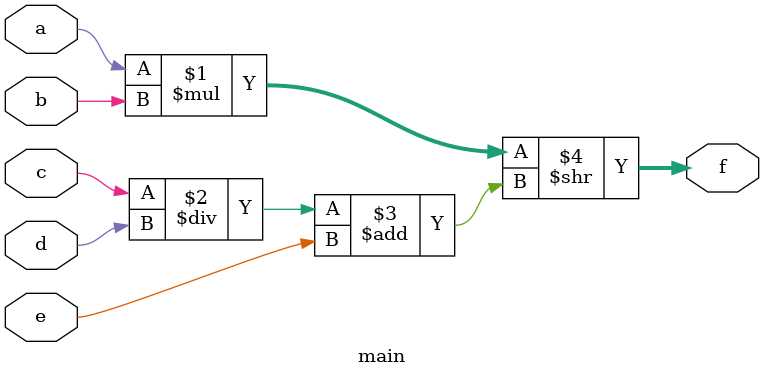
<source format=v>
`timescale 1ns / 1ps

module main(
    input signed a, b, c, d, e,
    output signed [1:0] f
    );
    assign f = a * b >> c/d + e;
endmodule

</source>
